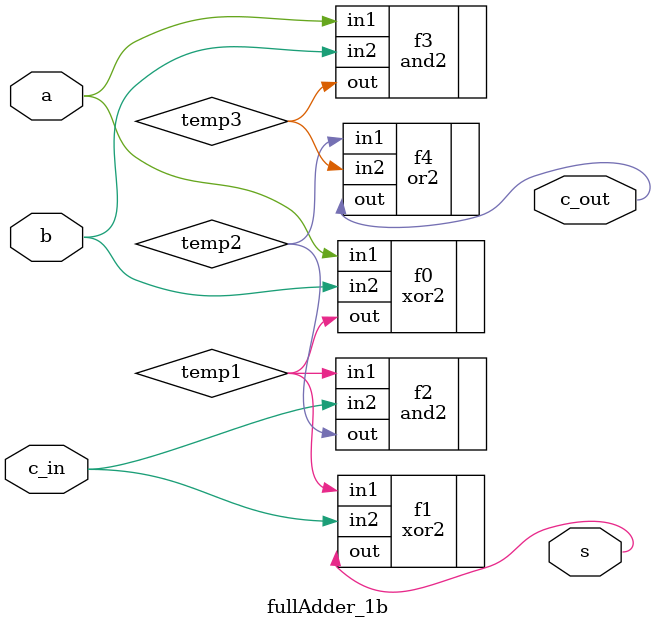
<source format=v>
/*
    CS/ECE 552 FALL '22
    Homework #2, Problem 1
    
    a 1-bit full adder
*/
module fullAdder_1b(s, c_out, a, b, c_in);
    output s;
    output c_out;
	input  a, b;
    input  c_in;

	wire temp1, temp2, temp3;

	xor2 f0(.out(temp1), .in1(a), .in2(b));
	xor2 f1(.out(s), .in1(temp1), .in2(c_in));

	and2 f2(.out(temp2), .in1(temp1), .in2(c_in));
	and2 f3(.out(temp3), .in1(a), .in2(b));

	or2 f4(.out(c_out), .in1(temp2), .in2(temp3));

endmodule

</source>
